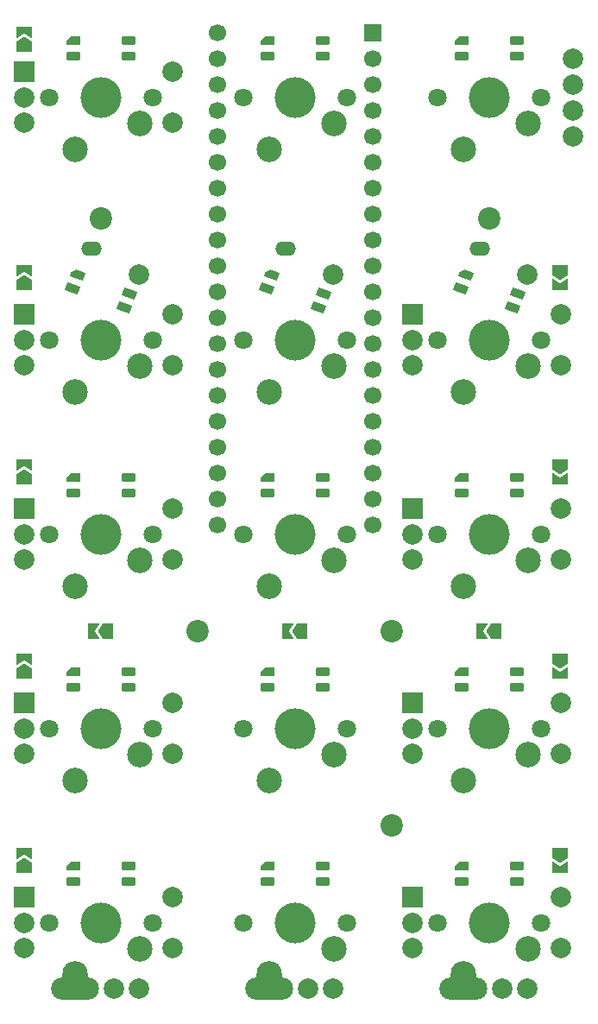
<source format=gbr>
%TF.GenerationSoftware,KiCad,Pcbnew,(6.0.3-11-gdd55ffb75c)*%
%TF.CreationDate,2022-03-17T00:34:44-07:00*%
%TF.ProjectId,keeby cat,6b656562-7920-4636-9174-2e6b69636164,rev?*%
%TF.SameCoordinates,Original*%
%TF.FileFunction,Soldermask,Bot*%
%TF.FilePolarity,Negative*%
%FSLAX46Y46*%
G04 Gerber Fmt 4.6, Leading zero omitted, Abs format (unit mm)*
G04 Created by KiCad (PCBNEW (6.0.3-11-gdd55ffb75c)) date 2022-03-17 00:34:44*
%MOMM*%
%LPD*%
G01*
G04 APERTURE LIST*
G04 Aperture macros list*
%AMRoundRect*
0 Rectangle with rounded corners*
0 $1 Rounding radius*
0 $2 $3 $4 $5 $6 $7 $8 $9 X,Y pos of 4 corners*
0 Add a 4 corners polygon primitive as box body*
4,1,4,$2,$3,$4,$5,$6,$7,$8,$9,$2,$3,0*
0 Add four circle primitives for the rounded corners*
1,1,$1+$1,$2,$3*
1,1,$1+$1,$4,$5*
1,1,$1+$1,$6,$7*
1,1,$1+$1,$8,$9*
0 Add four rect primitives between the rounded corners*
20,1,$1+$1,$2,$3,$4,$5,0*
20,1,$1+$1,$4,$5,$6,$7,0*
20,1,$1+$1,$6,$7,$8,$9,0*
20,1,$1+$1,$8,$9,$2,$3,0*%
%AMFreePoly0*
4,1,18,-0.410000,0.593000,-0.403758,0.624380,-0.385983,0.650983,-0.359380,0.668758,-0.328000,0.675000,0.000000,0.675000,0.410000,0.265000,0.410000,-0.593000,0.403758,-0.624380,0.385983,-0.650983,0.359380,-0.668758,0.328000,-0.675000,-0.328000,-0.675000,-0.359380,-0.668758,-0.385983,-0.650983,-0.403758,-0.624380,-0.410000,-0.593000,-0.410000,0.593000,-0.410000,0.593000,$1*%
%AMFreePoly1*
4,1,6,1.000000,0.000000,0.500000,-0.750000,-0.500000,-0.750000,-0.500000,0.750000,0.500000,0.750000,1.000000,0.000000,1.000000,0.000000,$1*%
%AMFreePoly2*
4,1,6,0.500000,-0.750000,-0.650000,-0.750000,-0.150000,0.000000,-0.650000,0.750000,0.500000,0.750000,0.500000,-0.750000,0.500000,-0.750000,$1*%
G04 Aperture macros list end*
%ADD10R,2.000000X2.000000*%
%ADD11C,2.000000*%
%ADD12RoundRect,0.082000X0.593000X-0.328000X0.593000X0.328000X-0.593000X0.328000X-0.593000X-0.328000X0*%
%ADD13FreePoly0,90.000000*%
%ADD14C,1.800000*%
%ADD15C,4.000000*%
%ADD16C,2.500000*%
%ADD17O,2.500000X3.695000*%
%ADD18O,4.700000X2.200000*%
%ADD19C,2.200000*%
%ADD20O,2.000000X1.400000*%
%ADD21RoundRect,0.082000X0.445055X-0.511037X0.669420X0.105401X-0.445055X0.511037X-0.669420X-0.105401X0*%
%ADD22FreePoly0,70.000000*%
%ADD23FreePoly1,90.000000*%
%ADD24FreePoly2,90.000000*%
%ADD25FreePoly1,270.000000*%
%ADD26FreePoly2,270.000000*%
%ADD27R,1.700000X1.700000*%
%ADD28C,1.700000*%
%ADD29FreePoly1,180.000000*%
%ADD30FreePoly2,180.000000*%
G04 APERTURE END LIST*
D10*
%TO.C,EN4*%
X65610000Y-106950000D03*
D11*
X65610000Y-111950000D03*
X65610000Y-109450000D03*
X80110000Y-111950000D03*
X80110000Y-106950000D03*
%TD*%
D12*
%TO.C,D11*%
X75835000Y-105400000D03*
X75835000Y-103900000D03*
D13*
X70385000Y-103900000D03*
D12*
X70385000Y-105400000D03*
%TD*%
D10*
%TO.C,EN3*%
X103710000Y-87900000D03*
D11*
X103710000Y-92900000D03*
X103710000Y-90400000D03*
X118210000Y-92900000D03*
X118210000Y-87900000D03*
%TD*%
D14*
%TO.C,SW4*%
X106130000Y-90400000D03*
D15*
X111210000Y-90400000D03*
D14*
X116290000Y-90400000D03*
D16*
X115020000Y-92940000D03*
X108670000Y-95480000D03*
%TD*%
D12*
%TO.C,D15*%
X113935000Y-62537500D03*
X113935000Y-61037500D03*
D13*
X108485000Y-61037500D03*
D12*
X108485000Y-62537500D03*
%TD*%
D15*
%TO.C,SW13*%
X111210000Y-147550000D03*
D14*
X116290000Y-147550000D03*
X106130000Y-147550000D03*
D16*
X115020000Y-150090000D03*
D17*
X108670000Y-153188800D03*
D18*
X108670000Y-153975000D03*
%TD*%
D19*
%TO.C,H5*%
X101685000Y-138025000D03*
%TD*%
D10*
%TO.C,EN7*%
X103710000Y-126000000D03*
D11*
X103710000Y-131000000D03*
X103710000Y-128500000D03*
X118210000Y-131000000D03*
X118210000Y-126000000D03*
%TD*%
D12*
%TO.C,D3*%
X113935000Y-105400000D03*
X113935000Y-103900000D03*
D13*
X108485000Y-103900000D03*
D12*
X108485000Y-105400000D03*
%TD*%
D10*
%TO.C,EN6*%
X65610000Y-126000000D03*
D11*
X65610000Y-131000000D03*
X65610000Y-128500000D03*
X80110000Y-131000000D03*
X80110000Y-126000000D03*
%TD*%
D12*
%TO.C,D7*%
X94885000Y-124450000D03*
X94885000Y-122950000D03*
D13*
X89435000Y-122950000D03*
D12*
X89435000Y-124450000D03*
%TD*%
D10*
%TO.C,EN8*%
X65610000Y-145050000D03*
D11*
X65610000Y-150050000D03*
X65610000Y-147550000D03*
X80110000Y-150050000D03*
X80110000Y-145050000D03*
%TD*%
D15*
%TO.C,SW3*%
X92160000Y-90400000D03*
D14*
X87080000Y-90400000D03*
X97240000Y-90400000D03*
D16*
X95970000Y-92940000D03*
X89620000Y-95480000D03*
%TD*%
D12*
%TO.C,D14*%
X94885000Y-62537500D03*
X94885000Y-61037500D03*
D13*
X89435000Y-61037500D03*
D12*
X89435000Y-62537500D03*
%TD*%
D10*
%TO.C,EN9*%
X103710000Y-145050000D03*
D11*
X103710000Y-150050000D03*
X103710000Y-147550000D03*
X118210000Y-150050000D03*
X118210000Y-145050000D03*
%TD*%
D15*
%TO.C,SW14*%
X92160000Y-66587500D03*
D14*
X97240000Y-66587500D03*
X87080000Y-66587500D03*
D16*
X95970000Y-69127500D03*
X89620000Y-71667500D03*
%TD*%
D11*
%TO.C,OL1*%
X119465000Y-70397500D03*
X119465000Y-67857500D03*
X119465000Y-65317500D03*
X119465000Y-62777500D03*
%TD*%
D12*
%TO.C,D2*%
X113935000Y-124450000D03*
X113935000Y-122950000D03*
D13*
X108485000Y-122950000D03*
D12*
X108485000Y-124450000D03*
%TD*%
%TO.C,D6*%
X94885000Y-105400000D03*
X94885000Y-103900000D03*
D13*
X89435000Y-103900000D03*
D12*
X89435000Y-105400000D03*
%TD*%
%TO.C,D8*%
X94885000Y-143500000D03*
X94885000Y-142000000D03*
D13*
X89435000Y-142000000D03*
D12*
X89435000Y-143500000D03*
%TD*%
%TO.C,D13*%
X75835000Y-62537500D03*
X75835000Y-61037500D03*
D13*
X70385000Y-61037500D03*
D12*
X70385000Y-62537500D03*
%TD*%
D15*
%TO.C,SW9*%
X92160000Y-128500000D03*
D14*
X97240000Y-128500000D03*
X87080000Y-128500000D03*
D16*
X95970000Y-131040000D03*
X89620000Y-133580000D03*
%TD*%
D10*
%TO.C,EN1*%
X65610000Y-64087500D03*
D11*
X65610000Y-69087500D03*
X65610000Y-66587500D03*
X80110000Y-69087500D03*
X80110000Y-64087500D03*
%TD*%
D12*
%TO.C,D1*%
X113935000Y-143500000D03*
X113935000Y-142000000D03*
D13*
X108485000Y-142000000D03*
D12*
X108485000Y-143500000D03*
%TD*%
D19*
%TO.C,H4*%
X101685000Y-118975000D03*
%TD*%
D14*
%TO.C,SW11*%
X68030000Y-147550000D03*
D15*
X73110000Y-147550000D03*
D14*
X78190000Y-147550000D03*
D16*
X76920000Y-150090000D03*
D17*
X70570000Y-153188800D03*
D18*
X70570000Y-153975000D03*
%TD*%
D15*
%TO.C,SW15*%
X111210000Y-66587500D03*
D14*
X106130000Y-66587500D03*
X116290000Y-66587500D03*
D16*
X115020000Y-69127500D03*
X108670000Y-71667500D03*
%TD*%
D11*
%TO.C,VR3*%
X114960000Y-153975000D03*
X112460000Y-153975000D03*
D20*
X110260000Y-81475000D03*
D11*
X114960000Y-83975000D03*
%TD*%
D21*
%TO.C,D12*%
X75414146Y-87236774D03*
X75927177Y-85827235D03*
D22*
X70805854Y-83963226D03*
D21*
X70292823Y-85372765D03*
%TD*%
D12*
%TO.C,D9*%
X75835000Y-143500000D03*
X75835000Y-142000000D03*
D13*
X70385000Y-142000000D03*
D12*
X70385000Y-143500000D03*
%TD*%
D14*
%TO.C,SW8*%
X68030000Y-128500000D03*
D15*
X73110000Y-128500000D03*
D14*
X78190000Y-128500000D03*
D16*
X76920000Y-131040000D03*
X70570000Y-133580000D03*
%TD*%
D10*
%TO.C,EN5*%
X103710000Y-106950000D03*
D11*
X103710000Y-111950000D03*
X103710000Y-109450000D03*
X118210000Y-111950000D03*
X118210000Y-106950000D03*
%TD*%
D14*
%TO.C,SW12*%
X87080000Y-147550000D03*
D15*
X92160000Y-147550000D03*
D14*
X97240000Y-147550000D03*
D16*
X95970000Y-150090000D03*
D18*
X89620000Y-153975000D03*
D17*
X89620000Y-153188800D03*
%TD*%
D11*
%TO.C,VR1*%
X76860000Y-153975000D03*
X74360000Y-153975000D03*
D20*
X72160000Y-81475000D03*
D11*
X76860000Y-83975000D03*
%TD*%
D12*
%TO.C,D10*%
X75835000Y-124450000D03*
X75835000Y-122950000D03*
D13*
X70385000Y-122950000D03*
D12*
X70385000Y-124450000D03*
%TD*%
D15*
%TO.C,SW7*%
X111210000Y-109450000D03*
D14*
X116290000Y-109450000D03*
X106130000Y-109450000D03*
D16*
X115020000Y-111990000D03*
X108670000Y-114530000D03*
%TD*%
D14*
%TO.C,SW6*%
X97240000Y-109450000D03*
D15*
X92160000Y-109450000D03*
D14*
X87080000Y-109450000D03*
D16*
X95970000Y-111990000D03*
X89620000Y-114530000D03*
%TD*%
D15*
%TO.C,SW10*%
X111210000Y-128500000D03*
D14*
X116290000Y-128500000D03*
X106130000Y-128500000D03*
D16*
X115020000Y-131040000D03*
X108670000Y-133580000D03*
%TD*%
D10*
%TO.C,EN2*%
X65610000Y-87900000D03*
D11*
X65610000Y-92900000D03*
X65610000Y-90400000D03*
X80110000Y-92900000D03*
X80110000Y-87900000D03*
%TD*%
D21*
%TO.C,D4*%
X113514146Y-87236774D03*
X114027177Y-85827235D03*
D22*
X108905854Y-83963226D03*
D21*
X108392823Y-85372765D03*
%TD*%
%TO.C,D5*%
X94464146Y-87236774D03*
X94977177Y-85827235D03*
D22*
X89855854Y-83963226D03*
D21*
X89342823Y-85372765D03*
%TD*%
D19*
%TO.C,H1*%
X73110000Y-78493750D03*
%TD*%
%TO.C,H2*%
X111210000Y-78493750D03*
%TD*%
D11*
%TO.C,VR2*%
X95910000Y-153975000D03*
X93410000Y-153975000D03*
D20*
X91210000Y-81475000D03*
D11*
X95910000Y-83975000D03*
%TD*%
D14*
%TO.C,SW5*%
X68030000Y-109450000D03*
X78190000Y-109450000D03*
D15*
X73110000Y-109450000D03*
D16*
X76920000Y-111990000D03*
X70570000Y-114530000D03*
%TD*%
D14*
%TO.C,SW2*%
X78190000Y-90400000D03*
X68030000Y-90400000D03*
D15*
X73110000Y-90400000D03*
D16*
X76920000Y-92940000D03*
X70570000Y-95480000D03*
%TD*%
D19*
%TO.C,H3*%
X82635000Y-118975000D03*
%TD*%
D14*
%TO.C,SW1*%
X68030000Y-66587500D03*
X78190000Y-66587500D03*
D15*
X73110000Y-66587500D03*
D16*
X76920000Y-69127500D03*
X70570000Y-71667500D03*
%TD*%
D23*
%TO.C,JP12*%
X65617000Y-85029000D03*
D24*
X65617000Y-83579000D03*
%TD*%
D25*
%TO.C,JP4*%
X118195000Y-83578999D03*
D26*
X118195000Y-85028999D03*
%TD*%
D27*
%TO.C,U1*%
X99780000Y-60237500D03*
D28*
X99780000Y-62777500D03*
X99780000Y-65317500D03*
X99780000Y-67857500D03*
X99780000Y-70397500D03*
X99780000Y-72937500D03*
X99780000Y-75477500D03*
X99780000Y-78017500D03*
X99780000Y-80557500D03*
X99780000Y-83097500D03*
X99780000Y-85637500D03*
X99780000Y-88177500D03*
X99780000Y-90717500D03*
X99780000Y-93257500D03*
X99780000Y-95797500D03*
X99780000Y-98337500D03*
X99780000Y-100877500D03*
X99780000Y-103417500D03*
X99780000Y-105957500D03*
X99780000Y-108497500D03*
X84540000Y-108497500D03*
X84540000Y-105957500D03*
X84540000Y-103417500D03*
X84540000Y-100877500D03*
X84540000Y-98337500D03*
X84540000Y-95797500D03*
X84540000Y-93257500D03*
X84540000Y-90717500D03*
X84540000Y-88177500D03*
X84540000Y-85637500D03*
X84540000Y-83097500D03*
X84540000Y-80557500D03*
X84540000Y-78017500D03*
X84540000Y-75477500D03*
X84540000Y-72937500D03*
X84540000Y-70397500D03*
X84540000Y-67857500D03*
X84540000Y-65317500D03*
X84540000Y-62777500D03*
X84540000Y-60237500D03*
%TD*%
D29*
%TO.C,JPF3*%
X73835000Y-118975000D03*
D30*
X72385000Y-118975000D03*
%TD*%
D25*
%TO.C,JP1*%
X118195000Y-140729000D03*
D26*
X118195000Y-142179000D03*
%TD*%
D25*
%TO.C,JP2*%
X118195000Y-121679000D03*
D26*
X118195000Y-123129000D03*
%TD*%
D23*
%TO.C,JP10*%
X65617000Y-123129000D03*
D24*
X65617000Y-121679000D03*
%TD*%
D23*
%TO.C,JP13*%
X65617000Y-61661000D03*
D24*
X65617000Y-60211000D03*
%TD*%
D29*
%TO.C,JPF1*%
X111935000Y-118975000D03*
D30*
X110485000Y-118975000D03*
%TD*%
D23*
%TO.C,JP11*%
X65617000Y-104079000D03*
D24*
X65617000Y-102629000D03*
%TD*%
D25*
%TO.C,JP3*%
X118195000Y-102629000D03*
D26*
X118195000Y-104079000D03*
%TD*%
D29*
%TO.C,JPF2*%
X92885000Y-118975000D03*
D30*
X91435000Y-118975000D03*
%TD*%
D23*
%TO.C,JP9*%
X65617000Y-142179000D03*
D24*
X65617000Y-140729000D03*
%TD*%
M02*

</source>
